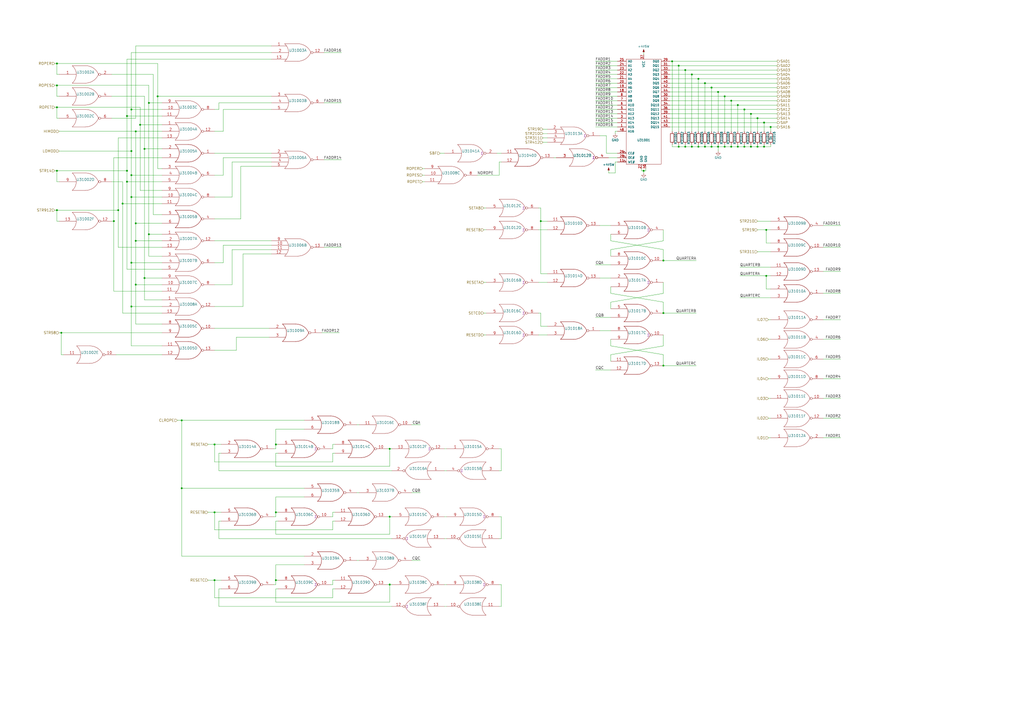
<source format=kicad_sch>
(kicad_sch (version 20211123) (generator eeschema)
  (paper "A2")
  (junction (at 443.23 71.12))
  (junction (at 226.06 260.35))
  (junction (at 35.56 193.04))
  (junction (at 420.37 55.88))
  (junction (at 412.75 85.09))
  (junction (at 427.99 60.96))
  (junction (at 313.69 128.27))
  (junction (at 33.02 62.23))
  (junction (at 76.2 101.6))
  (junction (at 447.04 73.66))
  (junction (at 444.5 133.35))
  (junction (at 105.41 243.84))
  (junction (at 444.5 160.02))
  (junction (at 427.99 85.09))
  (junction (at 86.36 135.89))
  (junction (at 83.82 86.36))
  (junction (at 81.28 72.39))
  (junction (at 435.61 85.09))
  (junction (at 71.12 118.11))
  (junction (at 73.66 67.31))
  (junction (at 393.7 85.09))
  (junction (at 78.74 165.1))
  (junction (at 416.56 53.34))
  (junction (at 124.46 257.81))
  (junction (at 401.32 43.18))
  (junction (at 33.02 36.83))
  (junction (at 86.36 59.69))
  (junction (at 431.8 63.5))
  (junction (at 431.8 85.09))
  (junction (at 78.74 129.54))
  (junction (at 226.06 339.09))
  (junction (at 384.81 212.09))
  (junction (at 124.46 297.18))
  (junction (at 78.74 139.7))
  (junction (at 439.42 85.09))
  (junction (at 384.81 151.13))
  (junction (at 435.61 66.04))
  (junction (at 68.58 121.92))
  (junction (at 397.51 40.64))
  (junction (at 160.02 257.81))
  (junction (at 76.2 87.63))
  (junction (at 73.66 105.41))
  (junction (at 443.23 85.09))
  (junction (at 33.02 121.92))
  (junction (at 416.56 85.09))
  (junction (at 412.75 50.8))
  (junction (at 408.94 85.09))
  (junction (at 401.32 85.09))
  (junction (at 373.38 99.06))
  (junction (at 76.2 63.5))
  (junction (at 33.02 49.53))
  (junction (at 439.42 68.58))
  (junction (at 76.2 152.4))
  (junction (at 397.51 85.09))
  (junction (at 66.04 128.27))
  (junction (at 76.2 177.8))
  (junction (at 124.46 336.55))
  (junction (at 420.37 85.09))
  (junction (at 384.81 181.61))
  (junction (at 83.82 161.29))
  (junction (at 76.2 114.3))
  (junction (at 226.06 299.72))
  (junction (at 393.7 38.1))
  (junction (at 160.02 336.55))
  (junction (at 408.94 48.26))
  (junction (at 78.74 76.2))
  (junction (at 424.18 85.09))
  (junction (at 33.02 99.06))
  (junction (at 424.18 58.42))
  (junction (at 105.41 283.21))
  (junction (at 91.44 55.88))
  (junction (at 160.02 297.18))
  (junction (at 73.66 99.06))
  (junction (at 405.13 45.72))
  (junction (at 389.89 35.56))
  (junction (at 405.13 85.09))
  (wire (pts (xy 312.42 194.31) (xy 317.5 194.31)))
  (wire (pts (xy 477.52 143.51) (xy 487.68 143.51)))
  (wire (pts (xy 317.5 74.93) (xy 314.96 74.93)))
  (wire (pts (xy 444.5 140.97) (xy 447.04 140.97)))
  (wire (pts (xy 193.04 302.26) (xy 194.31 302.26)))
  (wire (pts (xy 401.32 85.09) (xy 405.13 85.09)))
  (wire (pts (xy 416.56 85.09) (xy 416.56 87.63)))
  (wire (pts (xy 66.04 91.44) (xy 93.98 91.44)))
  (wire (pts (xy 290.83 351.79) (xy 289.56 351.79)))
  (wire (pts (xy 384.81 144.78) (xy 354.33 139.7)))
  (wire (pts (xy 246.38 101.6) (xy 245.11 101.6)))
  (wire (pts (xy 281.94 194.31) (xy 280.67 194.31)))
  (wire (pts (xy 290.83 312.42) (xy 290.83 299.72)))
  (wire (pts (xy 388.62 48.26) (xy 408.94 48.26)))
  (wire (pts (xy 160.02 248.92) (xy 160.02 257.81)))
  (wire (pts (xy 345.44 214.63) (xy 354.33 214.63)))
  (wire (pts (xy 33.02 36.83) (xy 33.02 43.18)))
  (wire (pts (xy 31.75 49.53) (xy 33.02 49.53)))
  (wire (pts (xy 73.66 105.41) (xy 93.98 105.41)))
  (wire (pts (xy 412.75 50.8) (xy 450.85 50.8)))
  (wire (pts (xy 71.12 118.11) (xy 71.12 181.61)))
  (wire (pts (xy 129.54 152.4) (xy 129.54 142.24)))
  (wire (pts (xy 420.37 85.09) (xy 424.18 85.09)))
  (wire (pts (xy 76.2 177.8) (xy 76.2 200.66)))
  (wire (pts (xy 102.87 243.84) (xy 105.41 243.84)))
  (wire (pts (xy 76.2 30.48) (xy 76.2 63.5)))
  (wire (pts (xy 238.76 246.38) (xy 243.84 246.38)))
  (wire (pts (xy 356.87 93.98) (xy 356.87 100.33)))
  (wire (pts (xy 129.54 101.6) (xy 129.54 91.44)))
  (wire (pts (xy 354.33 139.7) (xy 354.33 135.89)))
  (wire (pts (xy 71.12 105.41) (xy 71.12 118.11)))
  (wire (pts (xy 73.66 156.21) (xy 93.98 156.21)))
  (wire (pts (xy 358.14 53.34) (xy 345.44 53.34)))
  (wire (pts (xy 124.46 267.97) (xy 193.04 267.97)))
  (wire (pts (xy 431.8 63.5) (xy 431.8 76.2)))
  (wire (pts (xy 384.81 151.13) (xy 403.86 151.13)))
  (wire (pts (xy 435.61 85.09) (xy 435.61 83.82)))
  (wire (pts (xy 388.62 68.58) (xy 439.42 68.58)))
  (wire (pts (xy 358.14 38.1) (xy 345.44 38.1)))
  (wire (pts (xy 33.02 43.18) (xy 34.29 43.18)))
  (wire (pts (xy 431.8 85.09) (xy 435.61 85.09)))
  (wire (pts (xy 347.98 130.81) (xy 354.33 130.81)))
  (wire (pts (xy 160.02 262.89) (xy 161.29 262.89)))
  (wire (pts (xy 156.21 195.58) (xy 137.16 195.58)))
  (wire (pts (xy 408.94 85.09) (xy 408.94 83.82)))
  (wire (pts (xy 33.02 99.06) (xy 31.75 99.06)))
  (wire (pts (xy 427.99 85.09) (xy 431.8 85.09)))
  (wire (pts (xy 384.81 200.66) (xy 354.33 205.74)))
  (wire (pts (xy 416.56 53.34) (xy 450.85 53.34)))
  (wire (pts (xy 427.99 60.96) (xy 427.99 76.2)))
  (wire (pts (xy 78.74 129.54) (xy 78.74 139.7)))
  (wire (pts (xy 76.2 152.4) (xy 76.2 177.8)))
  (wire (pts (xy 358.14 93.98) (xy 356.87 93.98)))
  (wire (pts (xy 139.7 96.52) (xy 157.48 96.52)))
  (wire (pts (xy 393.7 38.1) (xy 450.85 38.1)))
  (wire (pts (xy 345.44 184.15) (xy 354.33 184.15)))
  (wire (pts (xy 439.42 133.35) (xy 444.5 133.35)))
  (wire (pts (xy 124.46 165.1) (xy 134.62 165.1)))
  (wire (pts (xy 124.46 114.3) (xy 134.62 114.3)))
  (wire (pts (xy 33.02 49.53) (xy 86.36 49.53)))
  (wire (pts (xy 412.75 50.8) (xy 412.75 76.2)))
  (wire (pts (xy 68.58 143.51) (xy 93.98 143.51)))
  (wire (pts (xy 66.04 128.27) (xy 66.04 168.91)))
  (wire (pts (xy 427.99 85.09) (xy 427.99 83.82)))
  (wire (pts (xy 33.02 49.53) (xy 33.02 55.88)))
  (wire (pts (xy 477.52 196.85) (xy 487.68 196.85)))
  (wire (pts (xy 78.74 26.67) (xy 157.48 26.67)))
  (wire (pts (xy 124.46 127) (xy 139.7 127)))
  (wire (pts (xy 124.46 101.6) (xy 129.54 101.6)))
  (wire (pts (xy 76.2 87.63) (xy 76.2 101.6)))
  (wire (pts (xy 358.14 55.88) (xy 345.44 55.88)))
  (wire (pts (xy 33.02 121.92) (xy 33.02 128.27)))
  (wire (pts (xy 81.28 110.49) (xy 93.98 110.49)))
  (wire (pts (xy 81.28 72.39) (xy 93.98 72.39)))
  (wire (pts (xy 187.96 143.51) (xy 198.12 143.51)))
  (wire (pts (xy 78.74 76.2) (xy 78.74 129.54)))
  (wire (pts (xy 281.94 181.61) (xy 280.67 181.61)))
  (wire (pts (xy 124.46 307.34) (xy 193.04 307.34)))
  (wire (pts (xy 443.23 71.12) (xy 450.85 71.12)))
  (wire (pts (xy 354.33 175.26) (xy 354.33 179.07)))
  (wire (pts (xy 373.38 99.06) (xy 373.38 100.33)))
  (wire (pts (xy 227.33 273.05) (xy 127 273.05)))
  (wire (pts (xy 86.36 135.89) (xy 86.36 148.59)))
  (wire (pts (xy 33.02 105.41) (xy 34.29 105.41)))
  (wire (pts (xy 257.81 260.35) (xy 259.08 260.35)))
  (wire (pts (xy 157.48 88.9) (xy 124.46 88.9)))
  (wire (pts (xy 139.7 127) (xy 139.7 96.52)))
  (wire (pts (xy 160.02 257.81) (xy 161.29 257.81)))
  (wire (pts (xy 435.61 85.09) (xy 439.42 85.09)))
  (wire (pts (xy 388.62 35.56) (xy 389.89 35.56)))
  (wire (pts (xy 88.9 43.18) (xy 88.9 124.46)))
  (wire (pts (xy 477.52 231.14) (xy 487.68 231.14)))
  (wire (pts (xy 444.5 160.02) (xy 444.5 167.64)))
  (wire (pts (xy 191.77 299.72) (xy 193.04 299.72)))
  (wire (pts (xy 140.97 147.32) (xy 157.48 147.32)))
  (wire (pts (xy 160.02 260.35) (xy 158.75 260.35)))
  (wire (pts (xy 290.83 351.79) (xy 290.83 339.09)))
  (wire (pts (xy 445.77 185.42) (xy 447.04 185.42)))
  (wire (pts (xy 444.5 160.02) (xy 447.04 160.02)))
  (wire (pts (xy 447.04 73.66) (xy 450.85 73.66)))
  (wire (pts (xy 445.77 242.57) (xy 447.04 242.57)))
  (wire (pts (xy 226.06 299.72) (xy 226.06 309.88)))
  (wire (pts (xy 124.46 190.5) (xy 156.21 190.5)))
  (wire (pts (xy 160.02 327.66) (xy 176.53 327.66)))
  (wire (pts (xy 160.02 297.18) (xy 160.02 299.72)))
  (wire (pts (xy 127 262.89) (xy 128.27 262.89)))
  (wire (pts (xy 33.02 68.58) (xy 34.29 68.58)))
  (wire (pts (xy 134.62 114.3) (xy 134.62 93.98)))
  (wire (pts (xy 124.46 346.71) (xy 193.04 346.71)))
  (wire (pts (xy 289.56 101.6) (xy 289.56 93.98)))
  (wire (pts (xy 76.2 87.63) (xy 34.29 87.63)))
  (wire (pts (xy 127 302.26) (xy 128.27 302.26)))
  (wire (pts (xy 384.81 133.35) (xy 384.81 139.7)))
  (wire (pts (xy 33.02 55.88) (xy 34.29 55.88)))
  (wire (pts (xy 83.82 86.36) (xy 83.82 161.29)))
  (wire (pts (xy 424.18 58.42) (xy 450.85 58.42)))
  (wire (pts (xy 193.04 346.71) (xy 193.04 341.63)))
  (wire (pts (xy 439.42 146.05) (xy 447.04 146.05)))
  (wire (pts (xy 358.14 60.96) (xy 345.44 60.96)))
  (wire (pts (xy 127 59.69) (xy 157.48 59.69)))
  (wire (pts (xy 224.79 299.72) (xy 226.06 299.72)))
  (wire (pts (xy 358.14 68.58) (xy 345.44 68.58)))
  (wire (pts (xy 238.76 325.12) (xy 243.84 325.12)))
  (wire (pts (xy 281.94 120.65) (xy 280.67 120.65)))
  (wire (pts (xy 226.06 270.51) (xy 160.02 270.51)))
  (wire (pts (xy 134.62 93.98) (xy 157.48 93.98)))
  (wire (pts (xy 86.36 59.69) (xy 93.98 59.69)))
  (wire (pts (xy 86.36 59.69) (xy 86.36 135.89)))
  (wire (pts (xy 356.87 100.33) (xy 353.06 100.33)))
  (wire (pts (xy 127 312.42) (xy 127 302.26)))
  (wire (pts (xy 445.77 254) (xy 447.04 254)))
  (wire (pts (xy 317.5 77.47) (xy 314.96 77.47)))
  (wire (pts (xy 281.94 133.35) (xy 280.67 133.35)))
  (wire (pts (xy 193.04 267.97) (xy 193.04 262.89)))
  (wire (pts (xy 354.33 200.66) (xy 354.33 196.85)))
  (wire (pts (xy 66.04 168.91) (xy 93.98 168.91)))
  (wire (pts (xy 388.62 50.8) (xy 412.75 50.8)))
  (wire (pts (xy 276.86 101.6) (xy 289.56 101.6)))
  (wire (pts (xy 257.81 88.9) (xy 255.27 88.9)))
  (wire (pts (xy 312.42 120.65) (xy 313.69 120.65)))
  (wire (pts (xy 176.53 283.21) (xy 105.41 283.21)))
  (wire (pts (xy 34.29 76.2) (xy 78.74 76.2)))
  (wire (pts (xy 312.42 181.61) (xy 313.69 181.61)))
  (wire (pts (xy 64.77 55.88) (xy 83.82 55.88)))
  (wire (pts (xy 358.14 58.42) (xy 345.44 58.42)))
  (wire (pts (xy 33.02 36.83) (xy 91.44 36.83)))
  (wire (pts (xy 443.23 85.09) (xy 447.04 85.09)))
  (wire (pts (xy 226.06 339.09) (xy 227.33 339.09)))
  (wire (pts (xy 73.66 34.29) (xy 73.66 67.31)))
  (wire (pts (xy 160.02 349.25) (xy 160.02 341.63)))
  (wire (pts (xy 424.18 85.09) (xy 427.99 85.09)))
  (wire (pts (xy 354.33 144.78) (xy 354.33 148.59)))
  (wire (pts (xy 86.36 148.59) (xy 93.98 148.59)))
  (wire (pts (xy 66.04 91.44) (xy 66.04 128.27)))
  (wire (pts (xy 412.75 85.09) (xy 412.75 83.82)))
  (wire (pts (xy 76.2 177.8) (xy 93.98 177.8)))
  (wire (pts (xy 160.02 302.26) (xy 161.29 302.26)))
  (wire (pts (xy 372.11 97.79) (xy 372.11 99.06)))
  (wire (pts (xy 321.31 91.44) (xy 322.58 91.44)))
  (wire (pts (xy 33.02 62.23) (xy 33.02 68.58)))
  (wire (pts (xy 420.37 55.88) (xy 420.37 76.2)))
  (wire (pts (xy 384.81 212.09) (xy 403.86 212.09)))
  (wire (pts (xy 193.04 339.09) (xy 193.04 336.55)))
  (wire (pts (xy 93.98 67.31) (xy 73.66 67.31)))
  (wire (pts (xy 289.56 93.98) (xy 290.83 93.98)))
  (wire (pts (xy 78.74 68.58) (xy 78.74 26.67)))
  (wire (pts (xy 245.11 97.79) (xy 246.38 97.79)))
  (wire (pts (xy 160.02 299.72) (xy 158.75 299.72)))
  (wire (pts (xy 91.44 36.83) (xy 91.44 55.88)))
  (wire (pts (xy 420.37 85.09) (xy 420.37 83.82)))
  (wire (pts (xy 34.29 193.04) (xy 35.56 193.04)))
  (wire (pts (xy 160.02 248.92) (xy 176.53 248.92)))
  (wire (pts (xy 388.62 73.66) (xy 447.04 73.66)))
  (wire (pts (xy 73.66 99.06) (xy 33.02 99.06)))
  (wire (pts (xy 76.2 101.6) (xy 76.2 114.3)))
  (wire (pts (xy 35.56 193.04) (xy 35.56 205.74)))
  (wire (pts (xy 78.74 165.1) (xy 78.74 187.96)))
  (wire (pts (xy 435.61 66.04) (xy 435.61 76.2)))
  (wire (pts (xy 259.08 351.79) (xy 257.81 351.79)))
  (wire (pts (xy 91.44 55.88) (xy 157.48 55.88)))
  (wire (pts (xy 290.83 299.72) (xy 289.56 299.72)))
  (wire (pts (xy 408.94 85.09) (xy 412.75 85.09)))
  (wire (pts (xy 445.77 231.14) (xy 447.04 231.14)))
  (wire (pts (xy 207.01 246.38) (xy 208.28 246.38)))
  (wire (pts (xy 384.81 163.83) (xy 384.81 170.18)))
  (wire (pts (xy 397.51 85.09) (xy 401.32 85.09)))
  (wire (pts (xy 33.02 121.92) (xy 68.58 121.92)))
  (wire (pts (xy 257.81 299.72) (xy 259.08 299.72)))
  (wire (pts (xy 73.66 67.31) (xy 73.66 99.06)))
  (wire (pts (xy 137.16 195.58) (xy 137.16 203.2)))
  (wire (pts (xy 124.46 257.81) (xy 128.27 257.81)))
  (wire (pts (xy 76.2 200.66) (xy 93.98 200.66)))
  (wire (pts (xy 120.65 336.55) (xy 124.46 336.55)))
  (wire (pts (xy 76.2 152.4) (xy 93.98 152.4)))
  (wire (pts (xy 405.13 45.72) (xy 450.85 45.72)))
  (wire (pts (xy 372.11 99.06) (xy 373.38 99.06)))
  (wire (pts (xy 435.61 66.04) (xy 450.85 66.04)))
  (wire (pts (xy 447.04 85.09) (xy 447.04 83.82)))
  (wire (pts (xy 347.98 161.29) (xy 354.33 161.29)))
  (wire (pts (xy 31.75 121.92) (xy 33.02 121.92)))
  (wire (pts (xy 477.52 130.81) (xy 487.68 130.81)))
  (wire (pts (xy 353.06 91.44) (xy 358.14 91.44)))
  (wire (pts (xy 416.56 85.09) (xy 420.37 85.09)))
  (wire (pts (xy 134.62 165.1) (xy 134.62 144.78)))
  (wire (pts (xy 35.56 205.74) (xy 36.83 205.74)))
  (wire (pts (xy 76.2 114.3) (xy 76.2 152.4)))
  (wire (pts (xy 351.79 78.74) (xy 347.98 78.74)))
  (wire (pts (xy 124.46 297.18) (xy 124.46 307.34)))
  (wire (pts (xy 64.77 43.18) (xy 88.9 43.18)))
  (wire (pts (xy 105.41 283.21) (xy 105.41 322.58)))
  (wire (pts (xy 226.06 260.35) (xy 227.33 260.35)))
  (wire (pts (xy 384.81 205.74) (xy 354.33 200.66)))
  (wire (pts (xy 393.7 83.82) (xy 393.7 85.09)))
  (wire (pts (xy 439.42 85.09) (xy 439.42 83.82)))
  (wire (pts (xy 64.77 68.58) (xy 78.74 68.58)))
  (wire (pts (xy 384.81 212.09) (xy 384.81 205.74)))
  (wire (pts (xy 405.13 85.09) (xy 408.94 85.09)))
  (wire (pts (xy 105.41 243.84) (xy 176.53 243.84)))
  (wire (pts (xy 193.04 260.35) (xy 193.04 257.81)))
  (wire (pts (xy 388.62 45.72) (xy 405.13 45.72)))
  (wire (pts (xy 384.81 175.26) (xy 354.33 170.18)))
  (wire (pts (xy 31.75 36.83) (xy 33.02 36.83)))
  (wire (pts (xy 187.96 92.71) (xy 198.12 92.71)))
  (wire (pts (xy 427.99 60.96) (xy 450.85 60.96)))
  (wire (pts (xy 429.26 172.72) (xy 447.04 172.72)))
  (wire (pts (xy 193.04 257.81) (xy 194.31 257.81)))
  (wire (pts (xy 313.69 158.75) (xy 317.5 158.75)))
  (wire (pts (xy 120.65 297.18) (xy 124.46 297.18)))
  (wire (pts (xy 444.5 133.35) (xy 447.04 133.35)))
  (wire (pts (xy 129.54 142.24) (xy 157.48 142.24)))
  (wire (pts (xy 160.02 339.09) (xy 158.75 339.09)))
  (wire (pts (xy 160.02 309.88) (xy 160.02 302.26)))
  (wire (pts (xy 33.02 62.23) (xy 81.28 62.23)))
  (wire (pts (xy 429.26 160.02) (xy 444.5 160.02)))
  (wire (pts (xy 86.36 49.53) (xy 86.36 59.69)))
  (wire (pts (xy 317.5 80.01) (xy 314.96 80.01)))
  (wire (pts (xy 313.69 181.61) (xy 313.69 189.23)))
  (wire (pts (xy 124.46 152.4) (xy 129.54 152.4)))
  (wire (pts (xy 351.79 88.9) (xy 358.14 88.9)))
  (wire (pts (xy 76.2 63.5) (xy 93.98 63.5)))
  (wire (pts (xy 257.81 339.09) (xy 259.08 339.09)))
  (wire (pts (xy 358.14 40.64) (xy 345.44 40.64)))
  (wire (pts (xy 71.12 118.11) (xy 93.98 118.11)))
  (wire (pts (xy 157.48 139.7) (xy 124.46 139.7)))
  (wire (pts (xy 354.33 205.74) (xy 354.33 209.55)))
  (wire (pts (xy 353.06 100.33) (xy 353.06 99.06)))
  (wire (pts (xy 129.54 63.5) (xy 157.48 63.5)))
  (wire (pts (xy 358.14 63.5) (xy 345.44 63.5)))
  (wire (pts (xy 127 63.5) (xy 127 59.69)))
  (wire (pts (xy 290.83 260.35) (xy 290.83 273.05)))
  (wire (pts (xy 35.56 193.04) (xy 93.98 193.04)))
  (wire (pts (xy 420.37 55.88) (xy 450.85 55.88)))
  (wire (pts (xy 358.14 45.72) (xy 345.44 45.72)))
  (wire (pts (xy 91.44 97.79) (xy 93.98 97.79)))
  (wire (pts (xy 191.77 260.35) (xy 193.04 260.35)))
  (wire (pts (xy 477.52 208.28) (xy 487.68 208.28)))
  (wire (pts (xy 193.04 262.89) (xy 194.31 262.89)))
  (wire (pts (xy 226.06 309.88) (xy 160.02 309.88)))
  (wire (pts (xy 81.28 72.39) (xy 81.28 110.49)))
  (wire (pts (xy 444.5 133.35) (xy 444.5 140.97)))
  (wire (pts (xy 443.23 85.09) (xy 443.23 83.82)))
  (wire (pts (xy 424.18 85.09) (xy 424.18 83.82)))
  (wire (pts (xy 83.82 55.88) (xy 83.82 86.36)))
  (wire (pts (xy 290.83 312.42) (xy 289.56 312.42)))
  (wire (pts (xy 160.02 341.63) (xy 161.29 341.63)))
  (wire (pts (xy 445.77 219.71) (xy 447.04 219.71)))
  (wire (pts (xy 245.11 105.41) (xy 246.38 105.41)))
  (wire (pts (xy 288.29 88.9) (xy 290.83 88.9)))
  (wire (pts (xy 397.51 40.64) (xy 450.85 40.64)))
  (wire (pts (xy 431.8 63.5) (xy 450.85 63.5)))
  (wire (pts (xy 356.87 76.2) (xy 356.87 77.47)))
  (wire (pts (xy 127 341.63) (xy 128.27 341.63)))
  (wire (pts (xy 76.2 30.48) (xy 157.48 30.48)))
  (wire (pts (xy 388.62 53.34) (xy 416.56 53.34)))
  (wire (pts (xy 389.89 35.56) (xy 389.89 76.2)))
  (wire (pts (xy 384.81 181.61) (xy 384.81 175.26)))
  (wire (pts (xy 408.94 48.26) (xy 408.94 76.2)))
  (wire (pts (xy 358.14 71.12) (xy 345.44 71.12)))
  (wire (pts (xy 127 273.05) (xy 127 262.89)))
  (wire (pts (xy 358.14 73.66) (xy 345.44 73.66)))
  (wire (pts (xy 313.69 128.27) (xy 313.69 158.75)))
  (wire (pts (xy 388.62 55.88) (xy 420.37 55.88)))
  (wire (pts (xy 358.14 48.26) (xy 345.44 48.26)))
  (wire (pts (xy 424.18 58.42) (xy 424.18 76.2)))
  (wire (pts (xy 388.62 71.12) (xy 443.23 71.12)))
  (wire (pts (xy 124.46 336.55) (xy 124.46 346.71)))
  (wire (pts (xy 73.66 105.41) (xy 73.66 156.21)))
  (wire (pts (xy 124.46 297.18) (xy 128.27 297.18)))
  (wire (pts (xy 91.44 55.88) (xy 91.44 97.79)))
  (wire (pts (xy 83.82 161.29) (xy 93.98 161.29)))
  (wire (pts (xy 388.62 60.96) (xy 427.99 60.96)))
  (wire (pts (xy 226.06 349.25) (xy 160.02 349.25)))
  (wire (pts (xy 160.02 288.29) (xy 160.02 297.18)))
  (wire (pts (xy 186.69 193.04) (xy 196.85 193.04)))
  (wire (pts (xy 76.2 101.6) (xy 93.98 101.6)))
  (wire (pts (xy 81.28 62.23) (xy 81.28 72.39)))
  (wire (pts (xy 312.42 163.83) (xy 317.5 163.83)))
  (wire (pts (xy 134.62 144.78) (xy 157.48 144.78)))
  (wire (pts (xy 78.74 129.54) (xy 93.98 129.54)))
  (wire (pts (xy 78.74 139.7) (xy 93.98 139.7)))
  (wire (pts (xy 289.56 260.35) (xy 290.83 260.35)))
  (wire (pts (xy 224.79 339.09) (xy 226.06 339.09)))
  (wire (pts (xy 64.77 105.41) (xy 71.12 105.41)))
  (wire (pts (xy 227.33 312.42) (xy 127 312.42)))
  (wire (pts (xy 160.02 336.55) (xy 161.29 336.55)))
  (wire (pts (xy 345.44 153.67) (xy 354.33 153.67)))
  (wire (pts (xy 124.46 336.55) (xy 128.27 336.55)))
  (wire (pts (xy 64.77 128.27) (xy 66.04 128.27)))
  (wire (pts (xy 397.51 85.09) (xy 397.51 83.82)))
  (wire (pts (xy 405.13 45.72) (xy 405.13 76.2)))
  (wire (pts (xy 73.66 99.06) (xy 73.66 105.41)))
  (wire (pts (xy 416.56 53.34) (xy 416.56 76.2)))
  (wire (pts (xy 405.13 85.09) (xy 405.13 83.82)))
  (wire (pts (xy 259.08 273.05) (xy 257.81 273.05)))
  (wire (pts (xy 71.12 181.61) (xy 93.98 181.61)))
  (wire (pts (xy 160.02 297.18) (xy 161.29 297.18)))
  (wire (pts (xy 477.52 170.18) (xy 487.68 170.18)))
  (wire (pts (xy 124.46 63.5) (xy 127 63.5)))
  (wire (pts (xy 313.69 189.23) (xy 317.5 189.23)))
  (wire (pts (xy 238.76 285.75) (xy 243.84 285.75)))
  (wire (pts (xy 477.52 157.48) (xy 487.68 157.48)))
  (wire (pts (xy 317.5 82.55) (xy 314.96 82.55)))
  (wire (pts (xy 160.02 270.51) (xy 160.02 262.89)))
  (wire (pts (xy 226.06 339.09) (xy 226.06 349.25)))
  (wire (pts (xy 193.04 299.72) (xy 193.04 297.18)))
  (wire (pts (xy 373.38 30.48) (xy 373.38 31.75)))
  (wire (pts (xy 68.58 121.92) (xy 68.58 143.51)))
  (wire (pts (xy 137.16 203.2) (xy 124.46 203.2)))
  (wire (pts (xy 290.83 273.05) (xy 289.56 273.05)))
  (wire (pts (xy 124.46 177.8) (xy 140.97 177.8)))
  (wire (pts (xy 78.74 165.1) (xy 93.98 165.1)))
  (wire (pts (xy 140.97 177.8) (xy 140.97 147.32)))
  (wire (pts (xy 445.77 196.85) (xy 447.04 196.85)))
  (wire (pts (xy 124.46 257.81) (xy 124.46 267.97)))
  (wire (pts (xy 429.26 154.94) (xy 447.04 154.94)))
  (wire (pts (xy 388.62 66.04) (xy 435.61 66.04)))
  (wire (pts (xy 393.7 38.1) (xy 393.7 76.2)))
  (wire (pts (xy 86.36 135.89) (xy 93.98 135.89)))
  (wire (pts (xy 160.02 336.55) (xy 160.02 339.09)))
  (wire (pts (xy 444.5 167.64) (xy 447.04 167.64)))
  (wire (pts (xy 358.14 76.2) (xy 356.87 76.2)))
  (wire (pts (xy 384.81 194.31) (xy 384.81 200.66)))
  (wire (pts (xy 129.54 63.5) (xy 129.54 76.2)))
  (wire (pts (xy 68.58 80.01) (xy 93.98 80.01)))
  (wire (pts (xy 388.62 40.64) (xy 397.51 40.64)))
  (wire (pts (xy 193.04 336.55) (xy 194.31 336.55)))
  (wire (pts (xy 384.81 139.7) (xy 354.33 144.78)))
  (wire (pts (xy 78.74 187.96) (xy 93.98 187.96)))
  (wire (pts (xy 374.65 99.06) (xy 374.65 97.79)))
  (wire (pts (xy 191.77 339.09) (xy 193.04 339.09)))
  (wire (pts (xy 477.52 242.57) (xy 487.68 242.57)))
  (wire (pts (xy 187.96 30.48) (xy 198.12 30.48)))
  (wire (pts (xy 431.8 85.09) (xy 431.8 83.82)))
  (wire (pts (xy 76.2 114.3) (xy 93.98 114.3)))
  (wire (pts (xy 347.98 191.77) (xy 354.33 191.77)))
  (wire (pts (xy 312.42 133.35) (xy 317.5 133.35)))
  (wire (pts (xy 439.42 85.09) (xy 443.23 85.09)))
  (wire (pts (xy 389.89 85.09) (xy 389.89 83.82)))
  (wire (pts (xy 447.04 73.66) (xy 447.04 76.2)))
  (wire (pts (xy 477.52 254) (xy 487.68 254)))
  (wire (pts (xy 384.81 181.61) (xy 403.86 181.61)))
  (wire (pts (xy 439.42 68.58) (xy 439.42 76.2)))
  (wire (pts (xy 31.75 62.23) (xy 33.02 62.23)))
  (wire (pts (xy 207.01 325.12) (xy 208.28 325.12)))
  (wire (pts (xy 226.06 260.35) (xy 226.06 270.51)))
  (wire (pts (xy 207.01 285.75) (xy 208.28 285.75)))
  (wire (pts (xy 160.02 327.66) (xy 160.02 336.55)))
  (wire (pts (xy 373.38 99.06) (xy 374.65 99.06)))
  (wire (pts (xy 384.81 170.18) (xy 354.33 175.26)))
  (wire (pts (xy 445.77 208.28) (xy 447.04 208.28)))
  (wire (pts (xy 358.14 66.04) (xy 345.44 66.04)))
  (wire (pts (xy 105.41 243.84) (xy 105.41 283.21)))
  (wire (pts (xy 227.33 351.79) (xy 127 351.79)))
  (wire (pts (xy 78.74 139.7) (xy 78.74 165.1)))
  (wire (pts (xy 389.89 85.09) (xy 393.7 85.09)))
  (wire (pts (xy 388.62 63.5) (xy 431.8 63.5)))
  (wire (pts (xy 120.65 257.81) (xy 124.46 257.81)))
  (wire (pts (xy 401.32 43.18) (xy 450.85 43.18)))
  (wire (pts (xy 384.81 151.13) (xy 384.81 144.78)))
  (wire (pts (xy 313.69 120.65) (xy 313.69 128.27)))
  (wire (pts (xy 408.94 48.26) (xy 450.85 48.26)))
  (wire (pts (xy 193.04 307.34) (xy 193.04 302.26)))
  (wire (pts (xy 281.94 163.83) (xy 280.67 163.83)))
  (wire (pts (xy 83.82 86.36) (xy 93.98 86.36)))
  (wire (pts (xy 259.08 312.42) (xy 257.81 312.42)))
  (wire (pts (xy 388.62 58.42) (xy 424.18 58.42)))
  (wire (pts (xy 83.82 173.99) (xy 93.98 173.99)))
  (wire (pts (xy 160.02 288.29) (xy 176.53 288.29)))
  (wire (pts (xy 389.89 35.56) (xy 450.85 35.56)))
  (wire (pts (xy 105.41 322.58) (xy 176.53 322.58)))
  (wire (pts (xy 224.79 260.35) (xy 226.06 260.35)))
  (wire (pts (xy 439.42 68.58) (xy 450.85 68.58)))
  (wire (pts (xy 83.82 161.29) (xy 83.82 173.99)))
  (wire (pts (xy 388.62 43.18) (xy 401.32 43.18)))
  (wire (pts (xy 67.31 205.74) (xy 93.98 205.74)))
  (wire (pts (xy 33.02 128.27) (xy 34.29 128.27)))
  (wire (pts (xy 477.52 219.71) (xy 487.68 219.71)))
  (wire (pts (xy 358.14 50.8) (xy 345.44 50.8)))
  (wire (pts (xy 439.42 128.27) (xy 447.04 128.27)))
  (wire (pts (xy 76.2 63.5) (xy 76.2 87.63)))
  (wire (pts (xy 443.23 71.12) (xy 443.23 76.2)))
  (wire (pts (xy 401.32 43.18) (xy 401.32 76.2)))
  (wire (pts (xy 33.02 99.06) (xy 33.02 105.41)))
  (wire (pts (xy 129.54 76.2) (xy 124.46 76.2)))
  (wire (pts (xy 358.14 35.56) (xy 345.44 35.56)))
  (wire (pts (xy 160.02 257.81) (xy 160.02 260.35)))
  (wire (pts (xy 351.79 88.9) (xy 351.79 78.74)))
  (wire (pts (xy 393.7 85.09) (xy 397.51 85.09)))
  (wire (pts (xy 78.74 76.2) (xy 93.98 76.2)))
  (wire (pts (xy 358.14 43.18) (xy 345.44 43.18)))
  (wire (pts (xy 68.58 80.01) (xy 68.58 121.92)))
  (wire (pts (xy 477.52 185.42) (xy 487.68 185.42)))
  (wire (pts (xy 193.04 297.18) (xy 194.31 297.18)))
  (wire (pts (xy 127 351.79) (xy 127 341.63)))
  (wire (pts (xy 193.04 341.63) (xy 194.31 341.63)))
  (wire (pts (xy 401.32 85.09) (xy 401.32 83.82)))
  (wire (pts (xy 73.66 34.29) (xy 157.48 34.29)))
  (wire (pts (xy 129.54 91.44) (xy 157.48 91.44)))
  (wire (pts (xy 412.75 85.09) (xy 416.56 85.09)))
  (wire (pts (xy 388.62 38.1) (xy 393.7 38.1)))
  (wire (pts (xy 290.83 339.09) (xy 289.56 339.09)))
  (wire (pts (xy 354.33 170.18) (xy 354.33 166.37)))
  (wire (pts (xy 313.69 128.27) (xy 317.5 128.27)))
  (wire (pts (xy 226.06 299.72) (xy 227.33 299.72)))
  (wire (pts (xy 416.56 83.82) (xy 416.56 85.09)))
  (wire (pts (xy 88.9 124.46) (xy 93.98 124.46)))
  (wire (pts (xy 187.96 59.69) (xy 198.12 59.69)))
  (wire (pts (xy 397.51 40.64) (xy 397.51 76.2)))
  (label "FADDR1" (at 487.68 254 180) (effects (font (size 1.524 1.524))))
  (label "FADDR16" (at 198.12 30.48 180) (effects (font (size 1.524 1.524))))
  (label "FADDR11" (at 487.68 130.81 180) (effects (font (size 1.524 1.524))))
  (label "FADDR8" (at 487.68 170.18 180) (effects (font (size 1.524 1.524))))
  (label "FADDR16" (at 345.44 73.66 0) (effects (font (size 1.524 1.524))))
  (label "QUARTERC" (at 403.86 212.09 180) (effects (font (size 1.524 1.524))))
  (label "FADDR4" (at 487.68 219.71 180) (effects (font (size 1.524 1.524))))
  (label "CQA" (at 345.44 153.67 0) (effects (font (size 1.524 1.524))))
  (label "CQB" (at 345.44 184.15 0) (effects (font (size 1.524 1.524))))
  (label "FADDR12" (at 196.85 193.04 180) (effects (font (size 1.524 1.524))))
  (label "QUARTERA" (at 403.86 151.13 180) (effects (font (size 1.524 1.524))))
  (label "FADDR3" (at 487.68 231.14 180) (effects (font (size 1.524 1.524))))
  (label "FADDR2" (at 487.68 242.57 180) (effects (font (size 1.524 1.524))))
  (label "FADDR11" (at 345.44 60.96 0) (effects (font (size 1.524 1.524))))
  (label "FADDR12" (at 345.44 63.5 0) (effects (font (size 1.524 1.524))))
  (label "FADDR6" (at 487.68 196.85 180) (effects (font (size 1.524 1.524))))
  (label "FADDR9" (at 345.44 55.88 0) (effects (font (size 1.524 1.524))))
  (label "FADDR4" (at 345.44 43.18 0) (effects (font (size 1.524 1.524))))
  (label "FADDR2" (at 345.44 38.1 0) (effects (font (size 1.524 1.524))))
  (label "NOROPE" (at 276.86 101.6 0) (effects (font (size 1.524 1.524))))
  (label "QUARTERB" (at 403.86 181.61 180) (effects (font (size 1.524 1.524))))
  (label "QUARTERA" (at 429.26 160.02 0) (effects (font (size 1.524 1.524))))
  (label "QUARTERB" (at 429.26 154.94 0) (effects (font (size 1.524 1.524))))
  (label "CQB" (at 243.84 285.75 180) (effects (font (size 1.524 1.524))))
  (label "FADDR15" (at 345.44 71.12 0) (effects (font (size 1.524 1.524))))
  (label "FADDR3" (at 345.44 40.64 0) (effects (font (size 1.524 1.524))))
  (label "FADDR10" (at 487.68 143.51 180) (effects (font (size 1.524 1.524))))
  (label "FADDR7" (at 487.68 185.42 180) (effects (font (size 1.524 1.524))))
  (label "CQC" (at 243.84 325.12 180) (effects (font (size 1.524 1.524))))
  (label "QUARTERC" (at 429.26 172.72 0) (effects (font (size 1.524 1.524))))
  (label "FADDR5" (at 487.68 208.28 180) (effects (font (size 1.524 1.524))))
  (label "FADDR8" (at 345.44 53.34 0) (effects (font (size 1.524 1.524))))
  (label "FADDR13" (at 198.12 143.51 180) (effects (font (size 1.524 1.524))))
  (label "FADDR7" (at 345.44 50.8 0) (effects (font (size 1.524 1.524))))
  (label "FADDR10" (at 345.44 58.42 0) (effects (font (size 1.524 1.524))))
  (label "FADDR14" (at 345.44 68.58 0) (effects (font (size 1.524 1.524))))
  (label "FADDR5" (at 345.44 45.72 0) (effects (font (size 1.524 1.524))))
  (label "FADDR14" (at 198.12 92.71 180) (effects (font (size 1.524 1.524))))
  (label "FADDR1" (at 345.44 35.56 0) (effects (font (size 1.524 1.524))))
  (label "FADDR9" (at 487.68 157.48 180) (effects (font (size 1.524 1.524))))
  (label "CQC" (at 345.44 214.63 0) (effects (font (size 1.524 1.524))))
  (label "FADDR6" (at 345.44 48.26 0) (effects (font (size 1.524 1.524))))
  (label "FADDR15" (at 198.12 59.69 180) (effects (font (size 1.524 1.524))))
  (label "CQA" (at 243.84 246.38 180) (effects (font (size 1.524 1.524))))
  (label "FADDR13" (at 345.44 66.04 0) (effects (font (size 1.524 1.524))))
  (hierarchical_label "SA14" (shape output) (at 450.85 68.58 0) (effects (font (size 1.524 1.524))))
  (hierarchical_label "SA13" (shape output) (at 450.85 66.04 0) (effects (font (size 1.524 1.524))))
  (hierarchical_label "STR19" (shape input) (at 314.96 74.93 180) (effects (font (size 1.524 1.524))))
  (hierarchical_label "SAP" (shape output) (at 450.85 71.12 0) (effects (font (size 1.524 1.524))))
  (hierarchical_label "SA02" (shape output) (at 450.85 38.1 0) (effects (font (size 1.524 1.524))))
  (hierarchical_label "STR58" (shape input) (at 34.29 193.04 180) (effects (font (size 1.524 1.524))))
  (hierarchical_label "LOMOD" (shape input) (at 34.29 87.63 180) (effects (font (size 1.524 1.524))))
  (hierarchical_label "SA05" (shape output) (at 450.85 45.72 0) (effects (font (size 1.524 1.524))))
  (hierarchical_label "SETAB" (shape input) (at 280.67 120.65 180) (effects (font (size 1.524 1.524))))
  (hierarchical_label "STR19" (shape input) (at 439.42 133.35 180) (effects (font (size 1.524 1.524))))
  (hierarchical_label "SA16" (shape output) (at 450.85 73.66 0) (effects (font (size 1.524 1.524))))
  (hierarchical_label "ROPET" (shape input) (at 31.75 62.23 180) (effects (font (size 1.524 1.524))))
  (hierarchical_label "IL06" (shape input) (at 445.77 196.85 180) (effects (font (size 1.524 1.524))))
  (hierarchical_label "IL01" (shape input) (at 445.77 254 180) (effects (font (size 1.524 1.524))))
  (hierarchical_label "STR14" (shape input) (at 31.75 99.06 180) (effects (font (size 1.524 1.524))))
  (hierarchical_label "SETCD" (shape input) (at 280.67 181.61 180) (effects (font (size 1.524 1.524))))
  (hierarchical_label "STR210" (shape input) (at 439.42 128.27 180) (effects (font (size 1.524 1.524))))
  (hierarchical_label "STR912" (shape input) (at 31.75 121.92 180) (effects (font (size 1.524 1.524))))
  (hierarchical_label "IL04" (shape input) (at 445.77 219.71 180) (effects (font (size 1.524 1.524))))
  (hierarchical_label "CLROPE" (shape input) (at 102.87 243.84 180) (effects (font (size 1.524 1.524))))
  (hierarchical_label "ROPES" (shape input) (at 31.75 49.53 180) (effects (font (size 1.524 1.524))))
  (hierarchical_label "SA03" (shape output) (at 450.85 40.64 0) (effects (font (size 1.524 1.524))))
  (hierarchical_label "RESETC" (shape input) (at 120.65 336.55 180) (effects (font (size 1.524 1.524))))
  (hierarchical_label "SA07" (shape output) (at 450.85 50.8 0) (effects (font (size 1.524 1.524))))
  (hierarchical_label "STR412" (shape input) (at 314.96 82.55 180) (effects (font (size 1.524 1.524))))
  (hierarchical_label "RESETB" (shape input) (at 120.65 297.18 180) (effects (font (size 1.524 1.524))))
  (hierarchical_label "SA11" (shape output) (at 450.85 60.96 0) (effects (font (size 1.524 1.524))))
  (hierarchical_label "HIMOD" (shape input) (at 34.29 76.2 180) (effects (font (size 1.524 1.524))))
  (hierarchical_label "RESETA" (shape input) (at 120.65 257.81 180) (effects (font (size 1.524 1.524))))
  (hierarchical_label "ROPET" (shape input) (at 245.11 105.41 180) (effects (font (size 1.524 1.524))))
  (hierarchical_label "SA08" (shape output) (at 450.85 53.34 0) (effects (font (size 1.524 1.524))))
  (hierarchical_label "SA01" (shape output) (at 450.85 35.56 0) (effects (font (size 1.524 1.524))))
  (hierarchical_label "ROPER" (shape input) (at 245.11 97.79 180) (effects (font (size 1.524 1.524))))
  (hierarchical_label "SBF" (shape input) (at 255.27 88.9 180) (effects (font (size 1.524 1.524))))
  (hierarchical_label "ROPER" (shape input) (at 31.75 36.83 180) (effects (font (size 1.524 1.524))))
  (hierarchical_label "RESETD" (shape input) (at 280.67 194.31 180) (effects (font (size 1.524 1.524))))
  (hierarchical_label "RESETA" (shape input) (at 280.67 163.83 180) (effects (font (size 1.524 1.524))))
  (hierarchical_label "IL03" (shape input) (at 445.77 231.14 180) (effects (font (size 1.524 1.524))))
  (hierarchical_label "RESETB" (shape input) (at 280.67 133.35 180) (effects (font (size 1.524 1.524))))
  (hierarchical_label "ROPES" (shape input) (at 245.11 101.6 180) (effects (font (size 1.524 1.524))))
  (hierarchical_label "SA06" (shape output) (at 450.85 48.26 0) (effects (font (size 1.524 1.524))))
  (hierarchical_label "STR311" (shape input) (at 439.42 146.05 180) (effects (font (size 1.524 1.524))))
  (hierarchical_label "STR311" (shape input) (at 314.96 80.01 180) (effects (font (size 1.524 1.524))))
  (hierarchical_label "SA10" (shape output) (at 450.85 58.42 0) (effects (font (size 1.524 1.524))))
  (hierarchical_label "IL05" (shape input) (at 445.77 208.28 180) (effects (font (size 1.524 1.524))))
  (hierarchical_label "IL07" (shape input) (at 445.77 185.42 180) (effects (font (size 1.524 1.524))))
  (hierarchical_label "STR210" (shape input) (at 314.96 77.47 180) (effects (font (size 1.524 1.524))))
  (hierarchical_label "IL02" (shape input) (at 445.77 242.57 180) (effects (font (size 1.524 1.524))))
  (hierarchical_label "SA09" (shape output) (at 450.85 55.88 0) (effects (font (size 1.524 1.524))))
  (hierarchical_label "SA12" (shape output) (at 450.85 63.5 0) (effects (font (size 1.524 1.524))))
  (hierarchical_label "SA04" (shape output) (at 450.85 43.18 0) (effects (font (size 1.524 1.524))))
  (symbol (lib_id "agc_kicad_components:SST39VF200A") (at 373.38 66.04 0) (unit 1)
    (property "Reference" "U31001" (at 373.38 81.28 0))
    (property "FPGA#inputs" "EPCS_DATA" (effects hide))
    (property "FPGA#outputs" "EPCS_CSN,EPCS_DCLK,EPCS_ASDI" (effects hide))
  )
  (symbol (lib_id "Device:R") (at 389.89 80.01 0) (unit 1)
    (property "Reference" "R31001" (at 391.922 80.01 90))
  )
  (symbol (lib_id "Device:R") (at 393.7 80.01 0) (unit 1)
    (property "Reference" "R31002" (at 395.732 80.01 90))
  )
  (symbol (lib_id "Device:R") (at 397.51 80.01 0) (unit 1)
    (property "Reference" "R31003" (at 399.542 80.01 90))
  )
  (symbol (lib_id "Device:R") (at 401.32 80.01 0) (unit 1)
    (property "Reference" "R31004" (at 403.352 80.01 90))
  )
  (symbol (lib_id "Device:R") (at 405.13 80.01 0) (unit 1)
    (property "Reference" "R31005" (at 407.162 80.01 90))
  )
  (symbol (lib_id "Device:R") (at 408.94 80.01 0) (unit 1)
    (property "Reference" "R31006" (at 410.972 80.01 90))
  )
  (symbol (lib_id "Device:R") (at 416.56 80.01 0) (unit 1)
    (property "Reference" "R31008" (at 418.592 80.01 90))
  )
  (symbol (lib_id "Device:R") (at 420.37 80.01 0) (unit 1)
    (property "Reference" "R31009" (at 422.402 80.01 90))
  )
  (symbol (lib_id "Device:R") (at 424.18 80.01 0) (unit 1)
    (property "Reference" "R31010" (at 426.212 80.01 90))
  )
  (symbol (lib_id "Device:R") (at 427.99 80.01 0) (unit 1)
    (property "Reference" "R31011" (at 430.022 80.01 90))
  )
  (symbol (lib_id "Device:R") (at 431.8 80.01 0) (unit 1)
    (property "Reference" "R31012" (at 433.832 80.01 90))
  )
  (symbol (lib_id "Device:R") (at 435.61 80.01 0) (unit 1)
    (property "Reference" "R31013" (at 437.642 80.01 90))
  )
  (symbol (lib_id "Device:R") (at 439.42 80.01 0) (unit 1)
    (property "Reference" "R31014" (at 441.452 80.01 90))
  )
  (symbol (lib_id "Device:R") (at 412.75 80.01 0) (unit 1)
    (property "Reference" "R31007" (at 414.782 80.01 90))
  )
  (symbol (lib_id "Device:R") (at 443.23 80.01 0) (unit 1)
    (property "Reference" "R31015" (at 445.262 80.01 90))
  )
  (symbol (lib_id "Device:R") (at 447.04 80.01 0) (unit 1)
    (property "Reference" "R31016" (at 449.072 80.01 90))
    (property "Value" "5k" (at 447.04 80.01 90))
  )
  (symbol (lib_id "power:GND") (at 356.87 77.47 0) (unit 1)
    (property "Reference" "#PWR06" (effects hide))
  )
  (symbol (lib_id "power:GND") (at 416.56 87.63 0) (unit 1)
    (property "Reference" "#PWR07" (effects hide))
  )
  (symbol (lib_id "agc_kicad_components:74HC04") (at 49.53 43.18 0) (unit 1)
    (property "Reference" "U31002" (at 49.53 41.91 0) (effects (font (size 1.524 1.524))))
  )
  (symbol (lib_id "agc_kicad_components:74HC04") (at 49.53 55.88 0) (unit 2)
    (property "Reference" "U31002" (at 49.53 54.61 0) (effects (font (size 1.524 1.524))))
  )
  (symbol (lib_id "agc_kicad_components:74HC04") (at 49.53 68.58 0) (unit 3)
    (property "Reference" "U31002" (at 49.53 67.31 0) (effects (font (size 1.524 1.524))))
  )
  (symbol (lib_id "agc_kicad_components:74HC04") (at 49.53 105.41 0) (unit 4)
    (property "Reference" "U31002" (at 49.53 104.14 0) (effects (font (size 1.524 1.524))))
  )
  (symbol (lib_id "agc_kicad_components:74HC04") (at 52.07 205.74 0) (unit 5)
    (property "Reference" "U31002" (at 52.07 204.47 0) (effects (font (size 1.524 1.524))))
  )
  (symbol (lib_id "agc_kicad_components:74HC04") (at 49.53 128.27 0) (unit 6)
    (property "Reference" "U31002" (at 49.53 127 0) (effects (font (size 1.524 1.524))))
  )
  (symbol (lib_id "agc_kicad_components:74HC27") (at 172.72 30.48 0) (unit 1)
    (property "Reference" "U31003" (at 172.72 29.21 0) (effects (font (size 1.524 1.524))))
  )
  (symbol (lib_id "agc_kicad_components:74HC27") (at 172.72 59.69 0) (unit 2)
    (property "Reference" "U31003" (at 172.72 58.42 0) (effects (font (size 1.524 1.524))))
  )
  (symbol (lib_id "agc_kicad_components:74HC27") (at 109.22 63.5 0) (unit 3)
    (property "Reference" "U31003" (at 109.22 62.23 0) (effects (font (size 1.524 1.524))))
  )
  (symbol (lib_id "agc_kicad_components:74HC27") (at 109.22 76.2 0) (unit 1)
    (property "Reference" "U31004" (at 109.22 74.93 0) (effects (font (size 1.524 1.524))))
  )
  (symbol (lib_id "agc_kicad_components:74HC02") (at 109.22 88.9 0) (unit 1)
    (property "Reference" "U31005" (at 109.22 87.63 0) (effects (font (size 1.524 1.524))))
  )
  (symbol (lib_id "agc_kicad_components:74HC27") (at 109.22 101.6 0) (unit 2)
    (property "Reference" "U31004" (at 109.22 100.33 0) (effects (font (size 1.524 1.524))))
  )
  (symbol (lib_id "agc_kicad_components:74HC27") (at 109.22 114.3 0) (unit 3)
    (property "Reference" "U31004" (at 109.22 113.03 0) (effects (font (size 1.524 1.524))))
  )
  (symbol (lib_id "agc_kicad_components:74HC02") (at 109.22 127 0) (unit 2)
    (property "Reference" "U31005" (at 109.22 125.73 0) (effects (font (size 1.524 1.524))))
  )
  (symbol (lib_id "agc_kicad_components:74HC4002") (at 172.72 92.71 0) (unit 1)
    (property "Reference" "U31006" (at 172.72 91.44 0) (effects (font (size 1.524 1.524))))
  )
  (symbol (lib_id "agc_kicad_components:74HC27") (at 109.22 139.7 0) (unit 1)
    (property "Reference" "U31007" (at 109.22 138.43 0) (effects (font (size 1.524 1.524))))
  )
  (symbol (lib_id "agc_kicad_components:74HC27") (at 109.22 152.4 0) (unit 2)
    (property "Reference" "U31007" (at 109.22 151.13 0) (effects (font (size 1.524 1.524))))
  )
  (symbol (lib_id "agc_kicad_components:74HC27") (at 109.22 165.1 0) (unit 3)
    (property "Reference" "U31007" (at 109.22 163.83 0) (effects (font (size 1.524 1.524))))
  )
  (symbol (lib_id "agc_kicad_components:74HC27") (at 109.22 177.8 0) (unit 1)
    (property "Reference" "U31008" (at 109.22 176.53 0) (effects (font (size 1.524 1.524))))
  )
  (symbol (lib_id "agc_kicad_components:74HC4002") (at 172.72 143.51 0) (unit 2)
    (property "Reference" "U31006" (at 172.72 142.24 0) (effects (font (size 1.524 1.524))))
  )
  (symbol (lib_id "agc_kicad_components:74HC02") (at 109.22 190.5 0) (unit 3)
    (property "Reference" "U31005" (at 109.22 189.23 0) (effects (font (size 1.524 1.524))))
  )
  (symbol (lib_id "agc_kicad_components:74HC02") (at 109.22 203.2 0) (unit 4)
    (property "Reference" "U31005" (at 109.22 201.93 0) (effects (font (size 1.524 1.524))))
  )
  (symbol (lib_id "agc_kicad_components:74HC02") (at 171.45 193.04 0) (unit 1)
    (property "Reference" "U31009" (at 171.45 191.77 0) (effects (font (size 1.524 1.524))))
  )
  (symbol (lib_id "agc_kicad_components:74HC02") (at 462.28 130.81 0) (unit 2)
    (property "Reference" "U31009" (at 462.28 129.54 0) (effects (font (size 1.524 1.524))))
  )
  (symbol (lib_id "agc_kicad_components:74HC02") (at 462.28 143.51 0) (unit 3)
    (property "Reference" "U31009" (at 462.28 142.24 0) (effects (font (size 1.524 1.524))))
  )
  (symbol (lib_id "agc_kicad_components:74HC02") (at 462.28 157.48 0) (unit 4)
    (property "Reference" "U31009" (at 462.28 156.21 0) (effects (font (size 1.524 1.524))))
  )
  (symbol (lib_id "agc_kicad_components:74HC02") (at 462.28 170.18 0) (unit 1)
    (property "Reference" "U31010" (at 462.28 168.91 0) (effects (font (size 1.524 1.524))))
  )
  (symbol (lib_id "agc_kicad_components:74HC04") (at 462.28 185.42 0) (unit 1)
    (property "Reference" "U31011" (at 462.28 184.15 0) (effects (font (size 1.524 1.524))))
  )
  (symbol (lib_id "agc_kicad_components:74HC04") (at 462.28 196.85 0) (unit 2)
    (property "Reference" "U31011" (at 462.28 195.58 0) (effects (font (size 1.524 1.524))))
  )
  (symbol (lib_id "agc_kicad_components:74HC04") (at 462.28 208.28 0) (unit 3)
    (property "Reference" "U31011" (at 462.28 207.01 0) (effects (font (size 1.524 1.524))))
  )
  (symbol (lib_id "agc_kicad_components:74HC04") (at 462.28 219.71 0) (unit 4)
    (property "Reference" "U31011" (at 462.28 218.44 0) (effects (font (size 1.524 1.524))))
  )
  (symbol (lib_id "agc_kicad_components:74HC04") (at 462.28 231.14 0) (unit 5)
    (property "Reference" "U31011" (at 462.28 229.87 0) (effects (font (size 1.524 1.524))))
  )
  (symbol (lib_id "agc_kicad_components:74HC04") (at 462.28 242.57 0) (unit 6)
    (property "Reference" "U31011" (at 462.28 241.3 0) (effects (font (size 1.524 1.524))))
  )
  (symbol (lib_id "agc_kicad_components:74HC04") (at 462.28 254 0) (unit 1)
    (property "Reference" "U31012" (at 462.28 252.73 0) (effects (font (size 1.524 1.524))))
  )
  (symbol (lib_id "agc_kicad_components:74HC04") (at 337.82 91.44 0) (unit 2)
    (property "Reference" "U31012" (at 337.82 90.17 0) (effects (font (size 1.524 1.524))))
    (property "Initial" "1" (at 344.17 91.44 0) (effects (font (size 1.524 1.524) italic)))
  )
  (symbol (lib_id "agc_kicad_components:74HC4002") (at 332.74 78.74 0) (unit 1)
    (property "Reference" "U31013" (at 332.74 77.47 0) (effects (font (size 1.524 1.524))))
    (property "Initial" "1" (at 339.09 78.74 0) (effects (font (size 1.524 1.524) italic)))
  )
  (symbol (lib_id "agc_kicad_components:74HC02") (at 369.57 133.35 0) (unit 2)
    (property "Reference" "U31010" (at 369.57 132.08 0) (effects (font (size 1.524 1.524))))
    (property "Initial" "1" (at 375.92 133.35 0) (effects (font (size 1.524 1.524) italic)))
  )
  (symbol (lib_id "agc_kicad_components:74HC02") (at 369.57 151.13 0) (unit 3)
    (property "Reference" "U31010" (at 369.57 149.86 0) (effects (font (size 1.524 1.524))))
  )
  (symbol (lib_id "agc_kicad_components:74HC02") (at 332.74 130.81 0) (unit 4)
    (property "Reference" "U31010" (at 332.74 129.54 0) (effects (font (size 1.524 1.524))))
  )
  (symbol (lib_id "agc_kicad_components:74HC04") (at 297.18 120.65 0) (unit 3)
    (property "Reference" "U31012" (at 297.18 119.38 0) (effects (font (size 1.524 1.524))))
    (property "Initial" "1" (at 303.53 120.65 0) (effects (font (size 1.524 1.524) italic)))
  )
  (symbol (lib_id "agc_kicad_components:74HC04") (at 297.18 133.35 0) (unit 4)
    (property "Reference" "U31012" (at 297.18 132.08 0) (effects (font (size 1.524 1.524))))
    (property "Initial" "1" (at 303.53 133.35 0) (effects (font (size 1.524 1.524) italic)))
  )
  (symbol (lib_id "agc_kicad_components:74HC02") (at 191.77 246.38 0) (unit 2)
    (property "Reference" "U31018" (at 191.77 245.11 0) (effects (font (size 1.524 1.524))))
  )
  (symbol (lib_id "agc_kicad_components:74HC04") (at 223.52 246.38 0) (unit 5)
    (property "Reference" "U31016" (at 223.52 245.11 0) (effects (font (size 1.524 1.524))))
  )
  (symbol (lib_id "agc_kicad_components:74HC02") (at 143.51 260.35 0) (unit 1)
    (property "Reference" "U31014" (at 143.51 259.08 0) (effects (font (size 1.524 1.524))))
  )
  (symbol (lib_id "agc_kicad_components:74HC02") (at 176.53 260.35 0) (unit 2)
    (property "Reference" "U31014" (at 176.53 259.08 0) (effects (font (size 1.524 1.524))))
    (property "Initial" "1" (at 182.88 260.35 0) (effects (font (size 1.524 1.524) italic)))
  )
  (symbol (lib_id "agc_kicad_components:74HC02") (at 209.55 260.35 0) (unit 3)
    (property "Reference" "U31014" (at 209.55 259.08 0) (effects (font (size 1.524 1.524))))
  )
  (symbol (lib_id "agc_kicad_components:74HC04") (at 242.57 260.35 0) (unit 6)
    (property "Reference" "U31012" (at 242.57 259.08 0) (effects (font (size 1.524 1.524))))
    (property "Initial" "1" (at 248.92 260.35 0) (effects (font (size 1.524 1.524) italic)))
  )
  (symbol (lib_id "agc_kicad_components:74HC04") (at 274.32 260.35 0) (unit 1)
    (property "Reference" "U31015" (at 274.32 259.08 0) (effects (font (size 1.524 1.524))))
  )
  (symbol (lib_id "agc_kicad_components:74HC04") (at 274.32 273.05 0) (mirror y) (unit 2)
    (property "Reference" "U31015" (at 274.32 271.78 0) (effects (font (size 1.524 1.524))))
    (property "Initial" "1" (at 267.97 273.05 0) (effects (font (size 1.524 1.524) italic)))
  )
  (symbol (lib_id "agc_kicad_components:74HC04") (at 242.57 299.72 0) (unit 3)
    (property "Reference" "U31015" (at 242.57 298.45 0) (effects (font (size 1.524 1.524))))
  )
  (symbol (lib_id "agc_kicad_components:74HC04") (at 274.32 299.72 0) (unit 4)
    (property "Reference" "U31015" (at 274.32 298.45 0) (effects (font (size 1.524 1.524))))
    (property "Initial" "1" (at 280.67 299.72 0) (effects (font (size 1.524 1.524) italic)))
  )
  (symbol (lib_id "agc_kicad_components:74HC04") (at 274.32 312.42 0) (mirror y) (unit 5)
    (property "Reference" "U31015" (at 274.32 311.15 0) (effects (font (size 1.524 1.524))))
  )
  (symbol (lib_id "agc_kicad_components:74HC04") (at 242.57 312.42 0) (mirror y) (unit 6)
    (property "Reference" "U31015" (at 242.57 311.15 0) (effects (font (size 1.524 1.524))))
    (property "Initial" "1" (at 236.22 312.42 0) (effects (font (size 1.524 1.524) italic)))
  )
  (symbol (lib_id "agc_kicad_components:74HC04") (at 242.57 273.05 0) (mirror y) (unit 1)
    (property "Reference" "U31016" (at 242.57 271.78 0) (effects (font (size 1.524 1.524))))
  )
  (symbol (lib_id "agc_kicad_components:74HC02") (at 369.57 163.83 0) (unit 1)
    (property "Reference" "U31017" (at 369.57 162.56 0) (effects (font (size 1.524 1.524))))
    (property "Initial" "1" (at 375.92 163.83 0) (effects (font (size 1.524 1.524) italic)))
  )
  (symbol (lib_id "agc_kicad_components:74HC02") (at 369.57 181.61 0) (unit 2)
    (property "Reference" "U31017" (at 369.57 180.34 0) (effects (font (size 1.524 1.524))))
  )
  (symbol (lib_id "agc_kicad_components:74HC02") (at 332.74 161.29 0) (unit 4)
    (property "Reference" "U31014" (at 332.74 160.02 0) (effects (font (size 1.524 1.524))))
  )
  (symbol (lib_id "agc_kicad_components:74HC04") (at 297.18 163.83 0) (unit 2)
    (property "Reference" "U31016" (at 297.18 162.56 0) (effects (font (size 1.524 1.524))))
    (property "Initial" "1" (at 303.53 163.83 0) (effects (font (size 1.524 1.524) italic)))
  )
  (symbol (lib_id "agc_kicad_components:74HC02") (at 369.57 194.31 0) (unit 3)
    (property "Reference" "U31017" (at 369.57 193.04 0) (effects (font (size 1.524 1.524))))
    (property "Initial" "1" (at 375.92 194.31 0) (effects (font (size 1.524 1.524) italic)))
  )
  (symbol (lib_id "agc_kicad_components:74HC02") (at 369.57 212.09 0) (unit 4)
    (property "Reference" "U31017" (at 369.57 210.82 0) (effects (font (size 1.524 1.524))))
  )
  (symbol (lib_id "agc_kicad_components:74HC02") (at 332.74 191.77 0) (unit 1)
    (property "Reference" "U31018" (at 332.74 190.5 0) (effects (font (size 1.524 1.524))))
  )
  (symbol (lib_id "agc_kicad_components:74HC04") (at 297.18 181.61 0) (unit 3)
    (property "Reference" "U31016" (at 297.18 180.34 0) (effects (font (size 1.524 1.524))))
    (property "Initial" "1" (at 303.53 181.61 0) (effects (font (size 1.524 1.524) italic)))
  )
  (symbol (lib_id "agc_kicad_components:74HC04") (at 297.18 194.31 0) (unit 4)
    (property "Reference" "U31016" (at 297.18 193.04 0) (effects (font (size 1.524 1.524))))
    (property "Initial" "1" (at 303.53 194.31 0) (effects (font (size 1.524 1.524) italic)))
  )
  (symbol (lib_id "agc_kicad_components:74HC02") (at 143.51 299.72 0) (unit 2)
    (property "Reference" "U31036" (at 143.51 298.45 0) (effects (font (size 1.524 1.524))))
  )
  (symbol (lib_id "agc_kicad_components:74HC02") (at 176.53 299.72 0) (unit 3)
    (property "Reference" "U31036" (at 176.53 298.45 0) (effects (font (size 1.524 1.524))))
    (property "Initial" "1" (at 182.88 299.72 0) (effects (font (size 1.524 1.524) italic)))
  )
  (symbol (lib_id "agc_kicad_components:74HC02") (at 209.55 299.72 0) (unit 4)
    (property "Reference" "U31036" (at 209.55 298.45 0) (effects (font (size 1.524 1.524))))
  )
  (symbol (lib_id "agc_kicad_components:74HC02") (at 191.77 285.75 0) (unit 2)
    (property "Reference" "U31035" (at 191.77 284.48 0) (effects (font (size 1.524 1.524))))
  )
  (symbol (lib_id "agc_kicad_components:74HC04") (at 223.52 285.75 0) (unit 2)
    (property "Reference" "U31037" (at 223.52 284.48 0) (effects (font (size 1.524 1.524))))
  )
  (symbol (lib_id "agc_kicad_components:74HC04") (at 242.57 339.09 0) (unit 3)
    (property "Reference" "U31038" (at 242.57 337.82 0) (effects (font (size 1.524 1.524))))
  )
  (symbol (lib_id "agc_kicad_components:74HC04") (at 274.32 339.09 0) (unit 4)
    (property "Reference" "U31038" (at 274.32 337.82 0) (effects (font (size 1.524 1.524))))
    (property "Initial" "1" (at 280.67 339.09 0) (effects (font (size 1.524 1.524) italic)))
  )
  (symbol (lib_id "agc_kicad_components:74HC04") (at 274.32 351.79 0) (mirror y) (unit 5)
    (property "Reference" "U31038" (at 274.32 350.52 0) (effects (font (size 1.524 1.524))))
  )
  (symbol (lib_id "agc_kicad_components:74HC04") (at 242.57 351.79 0) (mirror y) (unit 6)
    (property "Reference" "U31038" (at 242.57 350.52 0) (effects (font (size 1.524 1.524))))
    (property "Initial" "1" (at 236.22 351.79 0) (effects (font (size 1.524 1.524) italic)))
  )
  (symbol (lib_id "agc_kicad_components:74HC02") (at 143.51 339.09 0) (unit 2)
    (property "Reference" "U31039" (at 143.51 337.82 0) (effects (font (size 1.524 1.524))))
  )
  (symbol (lib_id "agc_kicad_components:74HC02") (at 176.53 339.09 0) (unit 3)
    (property "Reference" "U31039" (at 176.53 337.82 0) (effects (font (size 1.524 1.524))))
    (property "Initial" "1" (at 182.88 339.09 0) (effects (font (size 1.524 1.524) italic)))
  )
  (symbol (lib_id "agc_kicad_components:74HC02") (at 209.55 339.09 0) (unit 4)
    (property "Reference" "U31039" (at 209.55 337.82 0) (effects (font (size 1.524 1.524))))
  )
  (symbol (lib_id "agc_kicad_components:74HC02") (at 191.77 325.12 0) (unit 1)
    (property "Reference" "U31039" (at 191.77 323.85 0) (effects (font (size 1.524 1.524))))
  )
  (symbol (lib_id "agc_kicad_components:74HC04") (at 223.52 325.12 0) (unit 2)
    (property "Reference" "U31038" (at 223.52 323.85 0) (effects (font (size 1.524 1.524))))
  )
  (symbol (lib_id "agc_kicad_components:74HC27") (at 261.62 101.6 0) (unit 3)
    (property "Reference" "U31008" (at 261.62 100.33 0) (effects (font (size 1.524 1.524))))
  )
  (symbol (lib_id "agc_kicad_components:74HC02") (at 306.07 91.44 0) (unit 4)
    (property "Reference" "U31040" (at 306.07 90.17 0) (effects (font (size 1.524 1.524))))
  )
  (symbol (lib_id "agc_kicad_components:74HC04") (at 273.05 88.9 0) (unit 1)
    (property "Reference" "U31041" (at 273.05 87.63 0) (effects (font (size 1.524 1.524))))
    (property "Initial" "1" (at 279.4 88.9 0) (effects (font (size 1.524 1.524) italic)))
  )
  (symbol (lib_id "agc_kicad_components:+4VSW") (at 353.06 99.06 0) (unit 1)
    (property "Reference" "#PWR08" (effects hide))
  )
  (symbol (lib_id "agc_kicad_components:+4VSW") (at 373.38 30.48 0) (unit 1)
    (property "Reference" "#PWR09" (effects hide))
  )
  (symbol (lib_id "power:GND") (at 373.38 100.33 0) (unit 1)
    (property "Reference" "#PWR010" (effects hide))
  )
)
</source>
